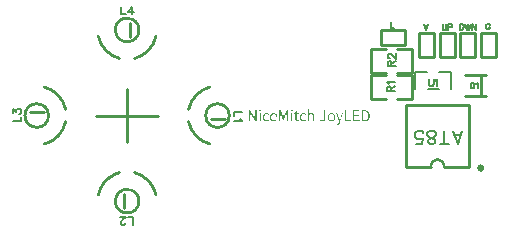
<source format=gto>
G04 Layer: TopSilkLayer*
G04 EasyEDA v6.4.20.5, 2021-09-11T17:11:42--7:00*
G04 59e5e42a4f444d7ea769f532c57b2946,1286d1f709c949e68cfeef46812bcf49,10*
G04 Gerber Generator version 0.2*
G04 Scale: 100 percent, Rotated: No, Reflected: No *
G04 Dimensions in millimeters *
G04 leading zeros omitted , absolute positions ,4 integer and 5 decimal *
%FSLAX45Y45*%
%MOMM*%

%ADD10C,0.2540*%
%ADD24C,0.1524*%

%LPD*%
G36*
X2663088Y1284884D02*
G01*
X2663088Y1183792D01*
X2673248Y1183792D01*
X2673248Y1233830D01*
X2678328Y1238707D01*
X2683052Y1242212D01*
X2687777Y1244295D01*
X2692806Y1245006D01*
X2699004Y1243888D01*
X2703271Y1240434D01*
X2705760Y1234490D01*
X2706522Y1225956D01*
X2706522Y1183792D01*
X2716936Y1183792D01*
X2716936Y1227480D01*
X2716631Y1233678D01*
X2715666Y1239062D01*
X2714091Y1243634D01*
X2711856Y1247394D01*
X2708910Y1250340D01*
X2705252Y1252474D01*
X2700934Y1253744D01*
X2695854Y1254150D01*
X2689250Y1253236D01*
X2683408Y1250696D01*
X2678023Y1246987D01*
X2672994Y1242466D01*
X2673248Y1256690D01*
X2673248Y1284884D01*
G37*
G36*
X2524912Y1281328D02*
G01*
X2521966Y1280820D01*
X2519629Y1279448D01*
X2518105Y1277264D01*
X2517546Y1274470D01*
X2518105Y1271422D01*
X2519629Y1269085D01*
X2521966Y1267612D01*
X2524912Y1267104D01*
X2527757Y1267612D01*
X2529992Y1269085D01*
X2531516Y1271422D01*
X2532024Y1274470D01*
X2531516Y1277264D01*
X2529992Y1279448D01*
X2527757Y1280820D01*
G37*
G36*
X2257450Y1281328D02*
G01*
X2254504Y1280820D01*
X2252268Y1279448D01*
X2250846Y1277264D01*
X2250338Y1274470D01*
X2250846Y1271422D01*
X2252268Y1269085D01*
X2254504Y1267612D01*
X2257450Y1267104D01*
X2260295Y1267612D01*
X2262530Y1269085D01*
X2264054Y1271422D01*
X2264562Y1274470D01*
X2264054Y1277264D01*
X2262530Y1279448D01*
X2260295Y1280820D01*
G37*
G36*
X3119272Y1276756D02*
G01*
X3119272Y1268120D01*
X3141116Y1268120D01*
X3146552Y1267866D01*
X3151479Y1267002D01*
X3155899Y1265631D01*
X3159861Y1263700D01*
X3163366Y1261262D01*
X3166364Y1258265D01*
X3168904Y1254810D01*
X3170986Y1250899D01*
X3172612Y1246479D01*
X3173730Y1241602D01*
X3174441Y1236268D01*
X3174644Y1230528D01*
X3174441Y1224838D01*
X3173730Y1219504D01*
X3172612Y1214628D01*
X3170986Y1210157D01*
X3168904Y1206144D01*
X3166364Y1202639D01*
X3163366Y1199591D01*
X3159861Y1197051D01*
X3155899Y1195070D01*
X3151479Y1193596D01*
X3146552Y1192733D01*
X3141116Y1192428D01*
X3129686Y1192428D01*
X3129686Y1268120D01*
X3119272Y1268120D01*
X3119272Y1183792D01*
X3142386Y1183792D01*
X3149142Y1184148D01*
X3155391Y1185265D01*
X3161030Y1187043D01*
X3166110Y1189482D01*
X3170631Y1192580D01*
X3174542Y1196289D01*
X3177895Y1200658D01*
X3180638Y1205534D01*
X3182772Y1211021D01*
X3184347Y1217015D01*
X3185261Y1223518D01*
X3185566Y1230528D01*
X3185261Y1237589D01*
X3184347Y1244092D01*
X3182772Y1250086D01*
X3180638Y1255522D01*
X3177895Y1260348D01*
X3174542Y1264615D01*
X3170580Y1268272D01*
X3166059Y1271270D01*
X3160928Y1273657D01*
X3155238Y1275384D01*
X3148990Y1276400D01*
X3142132Y1276756D01*
G37*
G36*
X3045104Y1276756D02*
G01*
X3045104Y1183792D01*
X3099460Y1183792D01*
X3099460Y1192682D01*
X3055518Y1192682D01*
X3055518Y1228496D01*
X3091332Y1228496D01*
X3091332Y1237386D01*
X3055518Y1237386D01*
X3055518Y1267866D01*
X3097936Y1267866D01*
X3097936Y1276756D01*
G37*
G36*
X2977032Y1276756D02*
G01*
X2977032Y1183792D01*
X3028594Y1183792D01*
X3028594Y1192682D01*
X2987446Y1192682D01*
X2987446Y1276756D01*
G37*
G36*
X2799994Y1276756D02*
G01*
X2799994Y1211478D01*
X2799029Y1202334D01*
X2796184Y1196136D01*
X2791307Y1192530D01*
X2784500Y1191412D01*
X2779623Y1191971D01*
X2775305Y1193800D01*
X2771444Y1197102D01*
X2767990Y1202080D01*
X2760370Y1196746D01*
X2764942Y1190396D01*
X2770682Y1185773D01*
X2777540Y1182979D01*
X2785516Y1182014D01*
X2791714Y1182573D01*
X2796895Y1184249D01*
X2801213Y1186891D01*
X2804617Y1190345D01*
X2807208Y1194562D01*
X2809036Y1199388D01*
X2810052Y1204722D01*
X2810408Y1210462D01*
X2810408Y1276756D01*
G37*
G36*
X2418486Y1276756D02*
G01*
X2418486Y1183792D01*
X2427884Y1183792D01*
X2427782Y1243939D01*
X2426614Y1264564D01*
X2427122Y1264564D01*
X2434488Y1243228D01*
X2452776Y1193190D01*
X2459888Y1193190D01*
X2478176Y1243228D01*
X2485542Y1264564D01*
X2486050Y1264564D01*
X2485237Y1251000D01*
X2484780Y1237386D01*
X2484780Y1183792D01*
X2494686Y1183792D01*
X2494686Y1276756D01*
X2481732Y1276756D01*
X2463444Y1225956D01*
X2457094Y1206144D01*
X2456332Y1206144D01*
X2449728Y1225956D01*
X2431440Y1276756D01*
G37*
G36*
X2161946Y1276756D02*
G01*
X2161946Y1183792D01*
X2171852Y1183792D01*
X2171750Y1242060D01*
X2170582Y1263040D01*
X2171344Y1263040D01*
X2181250Y1243990D01*
X2216302Y1183792D01*
X2227224Y1183792D01*
X2227224Y1276756D01*
X2217318Y1276756D01*
X2217318Y1226464D01*
X2217775Y1211884D01*
X2218588Y1197508D01*
X2218080Y1197508D01*
X2207920Y1216558D01*
X2172868Y1276756D01*
G37*
G36*
X2557424Y1271930D02*
G01*
X2556154Y1252372D01*
X2545232Y1251864D01*
X2545232Y1243736D01*
X2555646Y1243736D01*
X2555646Y1204620D01*
X2555900Y1199794D01*
X2556611Y1195425D01*
X2557881Y1191564D01*
X2559761Y1188262D01*
X2562301Y1185621D01*
X2565603Y1183640D01*
X2569718Y1182420D01*
X2574696Y1182014D01*
X2577693Y1182268D01*
X2586888Y1184554D01*
X2584856Y1192428D01*
X2580894Y1191158D01*
X2576728Y1190650D01*
X2571648Y1191564D01*
X2568346Y1194257D01*
X2566568Y1198473D01*
X2566060Y1204112D01*
X2566060Y1243736D01*
X2584856Y1243736D01*
X2584856Y1252372D01*
X2566060Y1252372D01*
X2566060Y1271930D01*
G37*
G36*
X2861208Y1254150D02*
G01*
X2855061Y1253540D01*
X2849219Y1251712D01*
X2843885Y1248765D01*
X2839161Y1244701D01*
X2835249Y1239570D01*
X2832303Y1233373D01*
X2830372Y1226210D01*
X2829712Y1218082D01*
X2840380Y1218082D01*
X2840786Y1223924D01*
X2841904Y1229258D01*
X2843784Y1233932D01*
X2846222Y1237894D01*
X2849270Y1241145D01*
X2852826Y1243533D01*
X2856839Y1245006D01*
X2861208Y1245514D01*
X2865678Y1245006D01*
X2869742Y1243533D01*
X2873349Y1241145D01*
X2876448Y1237894D01*
X2878886Y1233932D01*
X2880766Y1229258D01*
X2881884Y1223924D01*
X2882290Y1218082D01*
X2881884Y1212189D01*
X2880766Y1206855D01*
X2878886Y1202232D01*
X2876448Y1198321D01*
X2873349Y1195171D01*
X2869742Y1192834D01*
X2865678Y1191412D01*
X2861208Y1190904D01*
X2856839Y1191412D01*
X2852826Y1192834D01*
X2849270Y1195171D01*
X2846222Y1198321D01*
X2843784Y1202232D01*
X2841904Y1206855D01*
X2840786Y1212189D01*
X2840380Y1218082D01*
X2829712Y1218082D01*
X2830372Y1209954D01*
X2832303Y1202791D01*
X2835249Y1196644D01*
X2839161Y1191463D01*
X2843885Y1187399D01*
X2849219Y1184452D01*
X2855061Y1182624D01*
X2861208Y1182014D01*
X2867406Y1182624D01*
X2873248Y1184452D01*
X2878632Y1187399D01*
X2883357Y1191463D01*
X2887319Y1196644D01*
X2890367Y1202791D01*
X2892298Y1209954D01*
X2892958Y1218082D01*
X2892298Y1226210D01*
X2890367Y1233373D01*
X2887319Y1239570D01*
X2883357Y1244701D01*
X2878632Y1248765D01*
X2873248Y1251712D01*
X2867406Y1253540D01*
G37*
G36*
X2626004Y1254150D02*
G01*
X2619654Y1253540D01*
X2613660Y1251712D01*
X2608122Y1248765D01*
X2603296Y1244701D01*
X2599232Y1239570D01*
X2596134Y1233373D01*
X2594203Y1226210D01*
X2593492Y1218082D01*
X2594102Y1209954D01*
X2595930Y1202791D01*
X2598775Y1196644D01*
X2602636Y1191463D01*
X2607259Y1187399D01*
X2612694Y1184452D01*
X2618689Y1182624D01*
X2625242Y1182014D01*
X2631389Y1182674D01*
X2637180Y1184452D01*
X2642514Y1187297D01*
X2647340Y1190904D01*
X2642768Y1197762D01*
X2639263Y1195070D01*
X2635300Y1192936D01*
X2630932Y1191463D01*
X2626258Y1190904D01*
X2621534Y1191412D01*
X2617216Y1192834D01*
X2613456Y1195171D01*
X2610256Y1198321D01*
X2607665Y1202232D01*
X2605786Y1206855D01*
X2604566Y1212189D01*
X2604160Y1218082D01*
X2604617Y1223924D01*
X2605836Y1229258D01*
X2607818Y1233932D01*
X2610510Y1237894D01*
X2613761Y1241145D01*
X2617571Y1243533D01*
X2621838Y1245006D01*
X2626512Y1245514D01*
X2630525Y1245006D01*
X2634183Y1243685D01*
X2637586Y1241653D01*
X2640736Y1239164D01*
X2646070Y1246022D01*
X2642209Y1249121D01*
X2637688Y1251712D01*
X2632303Y1253490D01*
G37*
G36*
X2373020Y1254150D02*
G01*
X2367178Y1253490D01*
X2361641Y1251610D01*
X2356459Y1248562D01*
X2351887Y1244396D01*
X2348026Y1239215D01*
X2345080Y1233068D01*
X2343200Y1226007D01*
X2342984Y1223416D01*
X2352700Y1223416D01*
X2355037Y1232814D01*
X2359660Y1239824D01*
X2365959Y1244244D01*
X2373274Y1245768D01*
X2380792Y1244346D01*
X2386380Y1240129D01*
X2389835Y1233119D01*
X2391054Y1223416D01*
X2342984Y1223416D01*
X2342540Y1218082D01*
X2343200Y1210056D01*
X2345080Y1202893D01*
X2348077Y1196746D01*
X2352040Y1191564D01*
X2356866Y1187450D01*
X2362352Y1184503D01*
X2368499Y1182624D01*
X2375052Y1182014D01*
X2381707Y1182573D01*
X2387549Y1184148D01*
X2392781Y1186434D01*
X2397404Y1189126D01*
X2393594Y1195984D01*
X2389682Y1193596D01*
X2385517Y1191869D01*
X2381097Y1190752D01*
X2376322Y1190396D01*
X2371394Y1190853D01*
X2366975Y1192225D01*
X2363012Y1194409D01*
X2359660Y1197406D01*
X2356916Y1201064D01*
X2354783Y1205382D01*
X2353360Y1210360D01*
X2352700Y1215796D01*
X2399690Y1215796D01*
X2400046Y1218590D01*
X2400198Y1222146D01*
X2399741Y1229156D01*
X2398369Y1235405D01*
X2396185Y1240891D01*
X2393086Y1245514D01*
X2389225Y1249172D01*
X2384552Y1251915D01*
X2379167Y1253591D01*
G37*
G36*
X2313838Y1254150D02*
G01*
X2307386Y1253540D01*
X2301341Y1251712D01*
X2295753Y1248765D01*
X2290876Y1244701D01*
X2286812Y1239570D01*
X2283714Y1233373D01*
X2281783Y1226210D01*
X2281072Y1218082D01*
X2281732Y1209954D01*
X2283561Y1202791D01*
X2286457Y1196644D01*
X2290318Y1191463D01*
X2295042Y1187399D01*
X2300478Y1184452D01*
X2306523Y1182624D01*
X2313076Y1182014D01*
X2319223Y1182674D01*
X2325014Y1184452D01*
X2330348Y1187297D01*
X2335174Y1190904D01*
X2330602Y1197762D01*
X2327097Y1195070D01*
X2323084Y1192936D01*
X2318664Y1191463D01*
X2313838Y1190904D01*
X2309114Y1191412D01*
X2304796Y1192834D01*
X2301036Y1195171D01*
X2297836Y1198321D01*
X2295245Y1202232D01*
X2293366Y1206855D01*
X2292146Y1212189D01*
X2291740Y1218082D01*
X2292197Y1223924D01*
X2293467Y1229258D01*
X2295448Y1233932D01*
X2298141Y1237894D01*
X2301443Y1241145D01*
X2305253Y1243533D01*
X2309469Y1245006D01*
X2314092Y1245514D01*
X2318207Y1245006D01*
X2321864Y1243685D01*
X2325217Y1241653D01*
X2328316Y1239164D01*
X2333904Y1246022D01*
X2329992Y1249121D01*
X2325420Y1251712D01*
X2320036Y1253490D01*
G37*
G36*
X2900578Y1252372D02*
G01*
X2928264Y1183538D01*
X2926740Y1178204D01*
X2924048Y1172006D01*
X2920542Y1167028D01*
X2916123Y1163675D01*
X2910738Y1162456D01*
X2907995Y1162761D01*
X2905404Y1163472D01*
X2903372Y1155090D01*
X2906928Y1154176D01*
X2911246Y1153820D01*
X2915920Y1154328D01*
X2920085Y1155700D01*
X2923743Y1157884D01*
X2926943Y1160780D01*
X2929737Y1164285D01*
X2932176Y1168298D01*
X2934309Y1172718D01*
X2936138Y1177442D01*
X2962300Y1252372D01*
X2952140Y1252372D01*
X2937916Y1208532D01*
X2933598Y1193698D01*
X2932836Y1193698D01*
X2925978Y1213256D01*
X2911500Y1252372D01*
G37*
G36*
X2519578Y1252372D02*
G01*
X2519578Y1183792D01*
X2529992Y1183792D01*
X2529992Y1252372D01*
G37*
G36*
X2252370Y1252372D02*
G01*
X2252370Y1183792D01*
X2262530Y1183792D01*
X2262530Y1252372D01*
G37*
D24*
X4039936Y1510329D02*
G01*
X4039936Y1462831D01*
X4039936Y1510329D02*
G01*
X4055938Y1510329D01*
X4062796Y1508297D01*
X4067368Y1503725D01*
X4069654Y1499153D01*
X4071940Y1492295D01*
X4071940Y1480865D01*
X4069654Y1474007D01*
X4067368Y1469435D01*
X4062796Y1465117D01*
X4055938Y1462831D01*
X4039936Y1462831D01*
X4086926Y1501439D02*
G01*
X4091244Y1503725D01*
X4098102Y1510329D01*
X4098102Y1462831D01*
X3336922Y1647581D02*
G01*
X3403724Y1647581D01*
X3336922Y1647581D02*
G01*
X3336922Y1676029D01*
X3339970Y1685681D01*
X3343272Y1688729D01*
X3349622Y1692031D01*
X3355972Y1692031D01*
X3362322Y1688729D01*
X3365370Y1685681D01*
X3368672Y1676029D01*
X3368672Y1647581D01*
X3368672Y1669679D02*
G01*
X3403724Y1692031D01*
X3352670Y1716161D02*
G01*
X3349622Y1716161D01*
X3343272Y1719463D01*
X3339970Y1722511D01*
X3336922Y1728861D01*
X3336922Y1741561D01*
X3339970Y1747911D01*
X3343272Y1751213D01*
X3349622Y1754515D01*
X3355972Y1754515D01*
X3362322Y1751213D01*
X3371974Y1744863D01*
X3403724Y1713113D01*
X3403724Y1757563D01*
X3687424Y1537959D02*
G01*
X3687424Y1497065D01*
X3690218Y1488937D01*
X3695552Y1483603D01*
X3703934Y1480809D01*
X3709268Y1480809D01*
X3717396Y1483603D01*
X3722984Y1488937D01*
X3725778Y1497065D01*
X3725778Y1537959D01*
X3743558Y1527037D02*
G01*
X3749146Y1529831D01*
X3757274Y1537959D01*
X3757274Y1480809D01*
X3802377Y2005408D02*
G01*
X3802377Y1971372D01*
X3804663Y1964514D01*
X3809235Y1959942D01*
X3816093Y1957656D01*
X3820665Y1957656D01*
X3827523Y1959942D01*
X3832095Y1964514D01*
X3834381Y1971372D01*
X3834381Y2005408D01*
X3849367Y2005408D02*
G01*
X3849367Y1957656D01*
X3849367Y2005408D02*
G01*
X3869687Y2005408D01*
X3876545Y2003122D01*
X3878831Y2000836D01*
X3881117Y1996264D01*
X3881117Y1989660D01*
X3878831Y1985088D01*
X3876545Y1982802D01*
X3869687Y1980516D01*
X3849367Y1980516D01*
X3947373Y2008042D02*
G01*
X3947373Y1960290D01*
X3947373Y2008042D02*
G01*
X3963375Y2008042D01*
X3970233Y2005756D01*
X3974805Y2001184D01*
X3977091Y1996612D01*
X3979377Y1989754D01*
X3979377Y1978324D01*
X3977091Y1971466D01*
X3974805Y1967148D01*
X3970233Y1962576D01*
X3963375Y1960290D01*
X3947373Y1960290D01*
X3994363Y2008042D02*
G01*
X4005793Y1960290D01*
X4016969Y2008042D02*
G01*
X4005793Y1960290D01*
X4016969Y2008042D02*
G01*
X4028399Y1960290D01*
X4039829Y2008042D02*
G01*
X4028399Y1960290D01*
X4054815Y2008042D02*
G01*
X4054815Y1960290D01*
X4054815Y2008042D02*
G01*
X4086565Y1960290D01*
X4086565Y2008042D02*
G01*
X4086565Y1960290D01*
X4204045Y1999035D02*
G01*
X4201759Y2003607D01*
X4197187Y2008179D01*
X4192615Y2010465D01*
X4183725Y2010465D01*
X4179153Y2008179D01*
X4174581Y2003607D01*
X4172295Y1999035D01*
X4170009Y1992177D01*
X4170009Y1981001D01*
X4172295Y1974143D01*
X4174581Y1969571D01*
X4179153Y1964999D01*
X4183725Y1962713D01*
X4192615Y1962713D01*
X4197187Y1964999D01*
X4201759Y1969571D01*
X4204045Y1974143D01*
X4204045Y1981001D01*
X4192615Y1981001D02*
G01*
X4204045Y1981001D01*
X3367559Y2022965D02*
G01*
X3367559Y1975213D01*
X3367559Y1975213D02*
G01*
X3394737Y1975213D01*
X3645105Y2005464D02*
G01*
X3663139Y1957712D01*
X3681427Y2005464D02*
G01*
X3663139Y1957712D01*
X2101095Y1262608D02*
G01*
X2034293Y1262608D01*
X2034293Y1262608D02*
G01*
X2034293Y1224508D01*
X2088395Y1203426D02*
G01*
X2091697Y1197076D01*
X2101095Y1187424D01*
X2034293Y1187424D01*
X1177696Y308719D02*
G01*
X1177696Y375521D01*
X1177696Y375521D02*
G01*
X1139596Y375521D01*
X1115466Y324467D02*
G01*
X1115466Y321419D01*
X1112164Y315069D01*
X1109116Y311767D01*
X1102766Y308719D01*
X1090066Y308719D01*
X1083716Y311767D01*
X1080414Y315069D01*
X1077366Y321419D01*
X1077366Y327769D01*
X1080414Y334119D01*
X1086764Y343771D01*
X1118514Y375521D01*
X1074064Y375521D01*
X165265Y1183822D02*
G01*
X232067Y1183822D01*
X232067Y1183822D02*
G01*
X232067Y1221922D01*
X165265Y1249354D02*
G01*
X165265Y1284406D01*
X190665Y1265356D01*
X190665Y1274754D01*
X193713Y1281104D01*
X197015Y1284406D01*
X206413Y1287454D01*
X212763Y1287454D01*
X222415Y1284406D01*
X228765Y1278056D01*
X232067Y1268404D01*
X232067Y1258752D01*
X228765Y1249354D01*
X225717Y1246052D01*
X219367Y1243004D01*
X1080622Y2155225D02*
G01*
X1080622Y2088423D01*
X1080622Y2088423D02*
G01*
X1118722Y2088423D01*
X1171554Y2155225D02*
G01*
X1139804Y2110775D01*
X1187556Y2110775D01*
X1171554Y2155225D02*
G01*
X1171554Y2088423D01*
X3334672Y1436176D02*
G01*
X3401474Y1436176D01*
X3334672Y1436176D02*
G01*
X3334672Y1464878D01*
X3337720Y1474530D01*
X3341022Y1477578D01*
X3347372Y1480880D01*
X3353722Y1480880D01*
X3360072Y1477578D01*
X3363374Y1474530D01*
X3366422Y1464878D01*
X3366422Y1436176D01*
X3366422Y1458528D02*
G01*
X3401474Y1480880D01*
X3347372Y1501708D02*
G01*
X3344070Y1508312D01*
X3334672Y1517710D01*
X3401474Y1517710D01*
X3928445Y994663D02*
G01*
X3970101Y1103884D01*
X3928445Y994663D02*
G01*
X3886789Y1103884D01*
X3954353Y1067307D02*
G01*
X3902537Y1067307D01*
X3816177Y994663D02*
G01*
X3816177Y1103884D01*
X3852499Y994663D02*
G01*
X3779855Y994663D01*
X3719657Y994663D02*
G01*
X3735151Y999997D01*
X3740485Y1010157D01*
X3740485Y1020571D01*
X3735151Y1030986D01*
X3724737Y1036320D01*
X3703909Y1041400D01*
X3688415Y1046734D01*
X3678001Y1057147D01*
X3672921Y1067307D01*
X3672921Y1083055D01*
X3678001Y1093470D01*
X3683335Y1098550D01*
X3698829Y1103884D01*
X3719657Y1103884D01*
X3735151Y1098550D01*
X3740485Y1093470D01*
X3745565Y1083055D01*
X3745565Y1067307D01*
X3740485Y1057147D01*
X3730071Y1046734D01*
X3714323Y1041400D01*
X3693749Y1036320D01*
X3683335Y1030986D01*
X3678001Y1020571D01*
X3678001Y1010157D01*
X3683335Y999997D01*
X3698829Y994663D01*
X3719657Y994663D01*
X3576147Y994663D02*
G01*
X3628217Y994663D01*
X3633297Y1041400D01*
X3628217Y1036320D01*
X3612469Y1030986D01*
X3596975Y1030986D01*
X3581481Y1036320D01*
X3571067Y1046734D01*
X3565733Y1062228D01*
X3565733Y1072642D01*
X3571067Y1088136D01*
X3581481Y1098550D01*
X3596975Y1103884D01*
X3612469Y1103884D01*
X3628217Y1098550D01*
X3633297Y1093470D01*
X3638631Y1083055D01*
D10*
X1131199Y1231900D02*
G01*
X866200Y1231900D01*
X1131199Y1231900D02*
G01*
X1396199Y1231900D01*
X1131199Y1456900D02*
G01*
X1131199Y1006899D01*
X4130802Y1401099D02*
G01*
X4130802Y1578899D01*
X4168902Y1578899D02*
G01*
X3991102Y1578899D01*
X4168902Y1401099D02*
G01*
X3991102Y1401099D01*
X3419993Y1592999D02*
G01*
X3544994Y1592999D01*
X3419993Y1796991D02*
G01*
X3544994Y1796991D01*
X3319993Y1592999D02*
G01*
X3194992Y1592999D01*
X3319993Y1796991D02*
G01*
X3194992Y1796991D01*
X3544996Y1592999D02*
G01*
X3544994Y1796991D01*
X3194992Y1592999D02*
G01*
X3194992Y1796991D01*
D24*
X3875112Y1457375D02*
G01*
X3875112Y1602618D01*
X3771950Y1602618D01*
X3569870Y1457375D02*
G01*
X3569870Y1602618D01*
X3673033Y1602618D01*
X3768031Y1457375D02*
G01*
X3676952Y1457375D01*
D10*
X3776502Y1728401D02*
G01*
X3776502Y1931601D01*
X3903502Y1931601D01*
X3903502Y1728401D01*
X3776502Y1728401D01*
X3951493Y1730895D02*
G01*
X3951493Y1934095D01*
X4078493Y1934095D01*
X4078493Y1730895D01*
X3951493Y1730895D01*
X4126501Y1728401D02*
G01*
X4126501Y1931601D01*
X4253501Y1931601D01*
X4253501Y1728401D01*
X4126501Y1728401D01*
X3481600Y1826501D02*
G01*
X3278400Y1826501D01*
X3278400Y1953501D01*
X3481600Y1953501D01*
X3481600Y1826501D01*
X3601493Y1728396D02*
G01*
X3601493Y1931596D01*
X3728493Y1931596D01*
X3728493Y1728396D01*
X3601493Y1728396D01*
X1837496Y1204498D02*
G01*
X1957496Y1204498D01*
X1104498Y564997D02*
G01*
X1104498Y444997D01*
X427499Y1260495D02*
G01*
X307500Y1260495D01*
X1157996Y1894994D02*
G01*
X1157996Y2014994D01*
X3420000Y1368003D02*
G01*
X3545001Y1368003D01*
X3420000Y1571995D02*
G01*
X3545001Y1571995D01*
X3320000Y1368003D02*
G01*
X3194999Y1368003D01*
X3320000Y1571995D02*
G01*
X3194999Y1571995D01*
X3545004Y1368003D02*
G01*
X3545001Y1571995D01*
X3194999Y1368003D02*
G01*
X3194999Y1571995D01*
X3960007Y795997D02*
G01*
X4025003Y796000D01*
X3818003Y796000D02*
G01*
X3960004Y796000D01*
X3560003Y796000D02*
G01*
X3700007Y796000D01*
X3496005Y795997D02*
G01*
X3496005Y1322997D01*
X4025003Y1322997D01*
X4025003Y796000D01*
X3560003Y796000D02*
G01*
X3496002Y796000D01*
G75*
G01*
X886783Y1904368D02*
G03*
X1065629Y1715653I244417J52532D01*
G75*
G01*
X1196769Y1715653D02*
G03*
X1375618Y1904368I-65568J241248D01*
G75*
G01*
X1830629Y1473147D02*
G03*
X1651782Y1284432I65571J-241247D01*
G75*
G01*
X1651782Y1179368D02*
G03*
X1830629Y990653I244418J52532D01*
G75*
G01*
X431770Y990653D02*
G03*
X610619Y1179368I-65569J241248D01*
G75*
G01*
X610619Y1284432D02*
G03*
X431770Y1473147I-244418J-52533D01*
G75*
G01*
X1375618Y559432D02*
G03*
X1196769Y748147I-244417J-52533D01*
G75*
G01*
X1031199Y736028D02*
G03*
X886783Y559432I100002J-229127D01*
G75*
G01*
X1065629Y748147D02*
G03*
X1031199Y736028I65566J-241249D01*
G75*
G01*
X3700005Y797001D02*
G02*
X3818006Y797001I59001J4468D01*
G75*
G01
X466192Y1231900D02*
G03X466192Y1231900I-100000J0D01*
G75*
G01
X1231189Y1956892D02*
G03X1231189Y1956892I-100000J0D01*
G75*
G01
X1996211Y1231900D02*
G03X1996211Y1231900I-100000J0D01*
G75*
G01
X1231189Y506908D02*
G03X1231189Y506908I-100000J0D01*
G75*
G01
X4144035Y787019D02*
G03X4144035Y787019I-19050J0D01*
M02*

</source>
